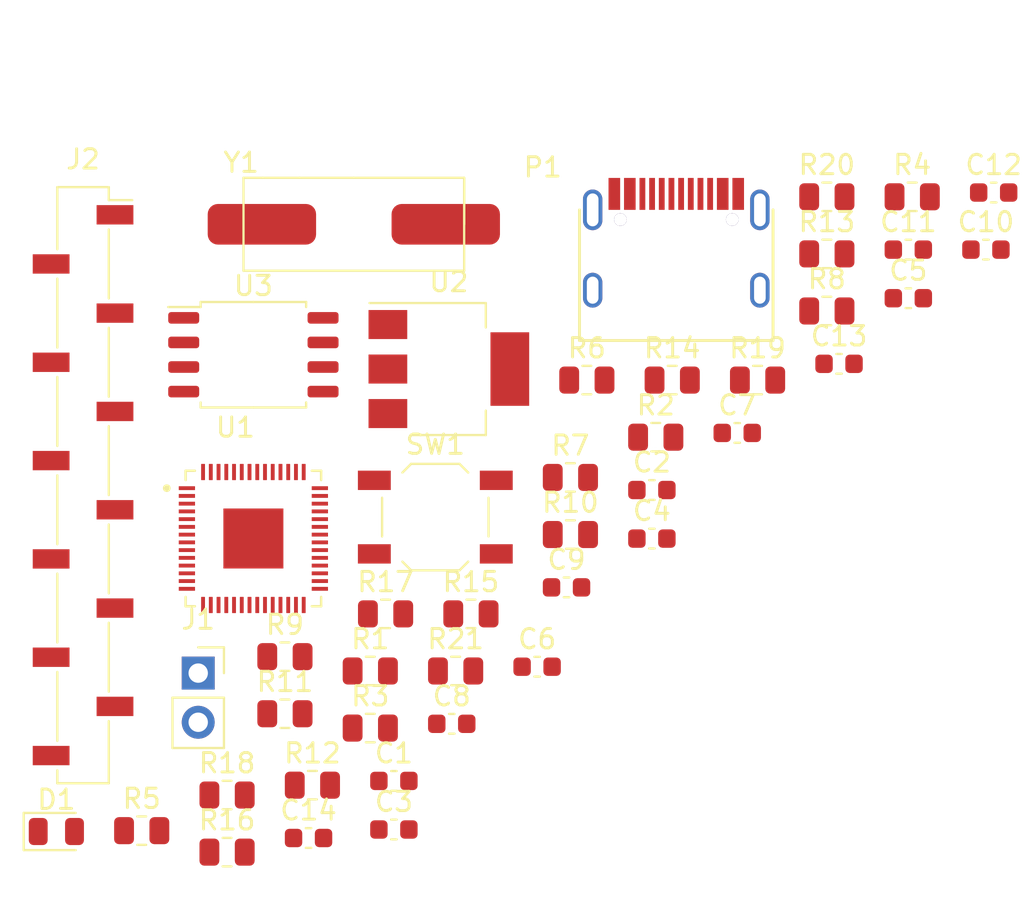
<source format=kicad_pcb>
(kicad_pcb (version 20211014) (generator pcbnew)
  (layers (0 "F.Cu" signal) (31 "B.Cu" signal) (34 "B.Paste" user) (35 "F.Paste" user) (36 "B.SilkS" user "B.Silkscreen") (37 "F.SilkS" user "F.Silkscreen") (38 "B.Mask" user) (39 "F.Mask" user) (44 "Edge.Cuts" user))
  (net 0 "")
  (net 1 "VBUS")
  (net 2 "GND")
  (net 3 "+3V3")
  (net 4 "/XIN")
  (net 5 "Net-(C4-Pad2)")
  (net 6 "+1V1")
  (net 7 "Net-(D1-Pad2)")
  (net 8 "Net-(J1-Pad2)")
  (net 9 "/IO25")
  (net 10 "/IO26")
  (net 11 "/IO27")
  (net 12 "/IO28")
  (net 13 "/IO29")
  (net 21 "Net-(P1-PadA5)")
  (net 22 "/D-")
  (net 23 "/D+")
  (net 24 "Net-(P1-PadB5)")
  (net 25 "Net-(R3-Pad1)")
  (net 26 "Net-(R4-Pad1)")
  (net 27 "/IO1")
  (net 28 "/IO0")
  (net 29 "/IO13")
  (net 30 "/IO12")
  (net 31 "/XOUT")
  (net 32 "/IO3")
  (net 33 "/IO2")
  (net 34 "/IO15")
  (net 35 "/IO14")
  (net 36 "/SS")
  (net 37 "/IO5")
  (net 38 "/IO4")
  (net 39 "/IO17")
  (net 40 "/IO16")
  (net 41 "/IO7")
  (net 42 "/IO6")
  (net 43 "/IO19")
  (net 44 "/IO18")
  (net 45 "/IO9")
  (net 46 "/IO8")
  (net 47 "/IO22")
  (net 48 "/IO21")
  (net 49 "/IO11")
  (net 50 "/IO10")
  (net 51 "/IO24")
  (net 52 "/IO23")
  (net 53 "/RST")
  (net 54 "/SWCLK")
  (net 55 "/SWD")
  (net 56 "/SD3")
  (net 57 "/SCLK")
  (net 58 "/SDO")
  (net 59 "/SD2")
  (net 60 "/SD1")
  (net 61 "/IO20")
  (footprint "Diode_SMD:D_0805_2012Metric" (layer "F.Cu") (at 67.07 91.035)
    (fp_text reference "D1" (at 0 -1.65) (layer "F.SilkS"))
    (fp_text value "LED")
    (fp_line (start -1.685 -0.96) (end -1.685 0.96) (layer "F.SilkS") (width 0.12))
    (fp_line (start -1.685 0.96) (end 1 0.96) (layer "F.SilkS") (width 0.12))
    (fp_line (start 1 -0.96) (end -1.685 -0.96) (layer "F.SilkS") (width 0.12))
    (pad "1" smd roundrect (at -0.9375 0) (size 0.975 1.4) (layers "F.Cu" "F.Paste" "F.Mask") (net 2 "GND"))
    (pad "2" smd roundrect (at 0.9375 0) (size 0.975 1.4) (layers "F.Cu" "F.Paste" "F.Mask") (net 7 "Net-(D1-Pad2)"))
  )
  (footprint "Capacitor_SMD:C_0603_1608Metric" (layer "F.Cu") (at 111.09 63.48)
    (fp_text reference "C5" (at 0 -1.43) (layer "F.SilkS"))
    (fp_text value ".1uf")
    (fp_line (start -0.14058 -0.51) (end 0.14058 -0.51) (layer "F.SilkS") (width 0.12))
    (fp_line (start -0.14058 0.51) (end 0.14058 0.51) (layer "F.SilkS") (width 0.12))
    (pad "1" smd roundrect (at -0.775 0) (size 0.9 0.95) (layers "F.Cu" "F.Paste" "F.Mask") (net 3 "+3V3"))
    (pad "2" smd roundrect (at 0.775 0) (size 0.9 0.95) (layers "F.Cu" "F.Paste" "F.Mask") (net 2 "GND"))
  )
  (footprint "Capacitor_SMD:C_0603_1608Metric" (layer "F.Cu") (at 107.51 66.87)
    (fp_text reference "C13" (at 0 -1.43) (layer "F.SilkS"))
    (fp_text value ".1uf")
    (fp_line (start -0.14058 0.51) (end 0.14058 0.51) (layer "F.SilkS") (width 0.12))
    (fp_line (start -0.14058 -0.51) (end 0.14058 -0.51) (layer "F.SilkS") (width 0.12))
    (pad "1" smd roundrect (at -0.775 0) (size 0.9 0.95) (layers "F.Cu" "F.Paste" "F.Mask") (net 3 "+3V3"))
    (pad "2" smd roundrect (at 0.775 0) (size 0.9 0.95) (layers "F.Cu" "F.Paste" "F.Mask") (net 2 "GND"))
  )
  (footprint "Resistor_SMD:R_0805_2012Metric" (layer "F.Cu") (at 103.3 67.71)
    (fp_text reference "R19" (at 0 -1.65) (layer "F.SilkS"))
    (fp_text value "22M ")
    (fp_line (start -0.227064 0.735) (end 0.227064 0.735) (layer "F.SilkS") (width 0.12))
    (fp_line (start -0.227064 -0.735) (end 0.227064 -0.735) (layer "F.SilkS") (width 0.12))
    (pad "1" smd roundrect (at -0.9125 0) (size 1.025 1.4) (layers "F.Cu" "F.Paste" "F.Mask") (roundrect_rratio 0.243902) (net 49 "/IO11"))
    (pad "2" smd roundrect (at 0.9125 0) (size 1.025 1.4) (layers "F.Cu" "F.Paste" "F.Mask") (roundrect_rratio 0.243902) (net 50 "/IO10"))
  )
  (footprint "Package_TO_SOT_SMD:SOT-223-3_TabPin2" (layer "F.Cu") (at 87.35 67.14)
    (fp_text reference "U2" (at 0 -4.5) (layer "F.SilkS"))
    (fp_text value "NCP1117ST33T3G")
    (fp_line (start -1.85 3.41) (end 1.91 3.41) (layer "F.SilkS") (width 0.12))
    (fp_line (start 1.91 -3.41) (end 1.91 -2.15) (layer "F.SilkS") (width 0.12))
    (fp_line (start 1.91 3.41) (end 1.91 2.15) (layer "F.SilkS") (width 0.12))
    (fp_line (start -4.1 -3.41) (end 1.91 -3.41) (layer "F.SilkS") (width 0.12))
    (pad "1" smd rect (at -3.15 -2.3) (size 2 1.5) (layers "F.Cu" "F.Paste" "F.Mask") (net 2 "GND"))
    (pad "2" smd rect (at -3.15 0) (size 2 1.5) (layers "F.Cu" "F.Paste" "F.Mask") (net 3 "+3V3"))
    (pad "2" smd rect (at 3.15 0) (size 2 3.8) (layers "F.Cu" "F.Paste" "F.Mask") (net 3 "+3V3"))
    (pad "3" smd rect (at -3.15 2.3) (size 2 1.5) (layers "F.Cu" "F.Paste" "F.Mask") (net 1 "VBUS"))
  )
  (footprint "Capacitor_SMD:C_0603_1608Metric" (layer "F.Cu") (at 97.84 73.39)
    (fp_text reference "C2" (at 0 -1.43) (layer "F.SilkS"))
    (fp_text value "10uf")
    (fp_line (start -0.14058 0.51) (end 0.14058 0.51) (layer "F.SilkS") (width 0.12))
    (fp_line (start -0.14058 -0.51) (end 0.14058 -0.51) (layer "F.SilkS") (width 0.12))
    (pad "1" smd roundrect (at -0.775 0) (size 0.9 0.95) (layers "F.Cu" "F.Paste" "F.Mask") (net 3 "+3V3"))
    (pad "2" smd roundrect (at 0.775 0) (size 0.9 0.95) (layers "F.Cu" "F.Paste" "F.Mask") (net 2 "GND"))
  )
  (footprint "Capacitor_SMD:C_0603_1608Metric" (layer "F.Cu") (at 84.51 90.93)
    (fp_text reference "C3" (at 0 -1.43) (layer "F.SilkS"))
    (fp_text value "27pf")
    (fp_line (start -0.14058 0.51) (end 0.14058 0.51) (layer "F.SilkS") (width 0.12))
    (fp_line (start -0.14058 -0.51) (end 0.14058 -0.51) (layer "F.SilkS") (width 0.12))
    (pad "1" smd roundrect (at -0.775 0) (size 0.9 0.95) (layers "F.Cu" "F.Paste" "F.Mask") (net 2 "GND"))
    (pad "2" smd roundrect (at 0.775 0) (size 0.9 0.95) (layers "F.Cu" "F.Paste" "F.Mask") (net 4 "/XIN"))
  )
  (footprint "Resistor_SMD:R_0805_2012Metric" (layer "F.Cu") (at 111.29 58.24)
    (fp_text reference "R4" (at 0 -1.65) (layer "F.SilkS"))
    (fp_text value "27.4")
    (fp_line (start -0.227064 0.735) (end 0.227064 0.735) (layer "F.SilkS") (width 0.12))
    (fp_line (start -0.227064 -0.735) (end 0.227064 -0.735) (layer "F.SilkS") (width 0.12))
    (pad "1" smd roundrect (at -0.9125 0) (size 1.025 1.4) (layers "F.Cu" "F.Paste" "F.Mask") (roundrect_rratio 0.243902) (net 26 "Net-(R4-Pad1)"))
    (pad "2" smd roundrect (at 0.9125 0) (size 1.025 1.4) (layers "F.Cu" "F.Paste" "F.Mask") (roundrect_rratio 0.243902) (net 23 "/D+"))
  )
  (footprint "Resistor_SMD:R_0805_2012Metric" (layer "F.Cu") (at 83.29 85.69)
    (fp_text reference "R3" (at 0 -1.65) (layer "F.SilkS"))
    (fp_text value "27.4")
    (fp_line (start -0.227064 -0.735) (end 0.227064 -0.735) (layer "F.SilkS") (width 0.12))
    (fp_line (start -0.227064 0.735) (end 0.227064 0.735) (layer "F.SilkS") (width 0.12))
    (pad "1" smd roundrect (at -0.9125 0) (size 1.025 1.4) (layers "F.Cu" "F.Paste" "F.Mask") (roundrect_rratio 0.243902) (net 25 "Net-(R3-Pad1)"))
    (pad "2" smd roundrect (at 0.9125 0) (size 1.025 1.4) (layers "F.Cu" "F.Paste" "F.Mask") (roundrect_rratio 0.243902) (net 22 "/D-"))
  )
  (footprint "Library:QFN40P700X700X90-57N" (layer "F.Cu") (at 77.25 75.895)
    (fp_text reference "U1" (at -0.93 -5.74) (layer "F.SilkS"))
    (fp_text value "RP2040")
    (fp_line (start -3.5 -3.5) (end -3.5 -3.02) (layer "F.SilkS") (width 0.127))
    (fp_line (start -3.5 -3.5) (end -3.02 -3.5) (layer "F.SilkS") (width 0.127))
    (fp_line (start 3.5 3.5) (end 3.02 3.5) (layer "F.SilkS") (width 0.127))
    (fp_line (start -3.5 3.5) (end -3.02 3.5) (layer "F.SilkS") (width 0.127))
    (fp_line (start -3.5 3.5) (end -3.5 3.02) (layer "F.SilkS") (width 0.127))
    (fp_line (start 3.5 3.5) (end 3.5 3.02) (layer "F.SilkS") (width 0.127))
    (fp_line (start 3.5 -3.5) (end 3.5 -3.02) (layer "F.SilkS") (width 0.127))
    (fp_line (start 3.5 -3.5) (end 3.02 -3.5) (layer "F.SilkS") (width 0.127))
    (fp_circle (center -4.475 -2.6) (end -4.375 -2.6) (layer "F.SilkS") (width 0.2) (fill none))
    (pad "1" smd roundrect locked (at -3.435 -2.6) (size 0.84 0.2) (layers "F.Cu" "F.Paste" "F.Mask") (roundrect_rratio 0.03) (net 3 "+3V3"))
    (pad "2" smd roundrect locked (at -3.435 -2.2) (size 0.84 0.2) (layers "F.Cu" "F.Paste" "F.Mask") (roundrect_rratio 0.03) (net 28 "/IO0"))
    (pad "3" smd roundrect locked (at -3.435 -1.8) (size 0.84 0.2) (layers "F.Cu" "F.Paste" "F.Mask") (roundrect_rratio 0.03) (net 27 "/IO1"))
    (pad "4" smd roundrect locked (at -3.435 -1.4) (size 0.84 0.2) (layers "F.Cu" "F.Paste" "F.Mask") (roundrect_rratio 0.03) (net 33 "/IO2"))
    (pad "5" smd roundrect locked (at -3.435 -1) (size 0.84 0.2) (layers "F.Cu" "F.Paste" "F.Mask") (roundrect_rratio 0.03) (net 32 "/IO3"))
    (pad "6" smd roundrect locked (at -3.435 -0.6) (size 0.84 0.2) (layers "F.Cu" "F.Paste" "F.Mask") (roundrect_rratio 0.03) (net 38 "/IO4"))
    (pad "7" smd roundrect locked (at -3.435 -0.2) (size 0.84 0.2) (layers "F.Cu" "F.Paste" "F.Mask") (roundrect_rratio 0.03) (net 37 "/IO5"))
    (pad "8" smd roundrect locked (at -3.435 0.2) (size 0.84 0.2) (layers "F.Cu" "F.Paste" "F.Mask") (roundrect_rratio 0.03) (net 42 "/IO6"))
    (pad "9" smd roundrect locked (at -3.435 0.6) (size 0.84 0.2) (layers "F.Cu" "F.Paste" "F.Mask") (roundrect_rratio 0.03) (net 41 "/IO7"))
    (pad "10" smd roundrect locked (at -3.435 1) (size 0.84 0.2) (layers "F.Cu" "F.Paste" "F.Mask") (roundrect_rratio 0.03) (net 3 "+3V3"))
    (pad "11" smd roundrect locked (at -3.435 1.4) (size 0.84 0.2) (layers "F.Cu" "F.Paste" "F.Mask") (roundrect_rratio 0.03) (net 46 "/IO8"))
    (pad "12" smd roundrect locked (at -3.435 1.8) (size 0.84 0.2) (layers "F.Cu" "F.Paste" "F.Mask") (roundrect_rratio 0.03) (net 45 "/IO9"))
    (pad "13" smd roundrect locked (at -3.435 2.2) (size 0.84 0.2) (layers "F.Cu" "F.Paste" "F.Mask") (roundrect_rratio 0.03) (net 50 "/IO10"))
    (pad "14" smd roundrect locked (at -3.435 2.6) (size 0.84 0.2) (layers "F.Cu" "F.Paste" "F.Mask") (roundrect_rratio 0.03) (net 49 "/IO11"))
    (pad "15" smd roundrect locked (at -2.6 3.435) (size 0.2 0.84) (layers "F.Cu" "F.Paste" "F.Mask") (roundrect_rratio 0.1) (net 30 "/IO12"))
    (pad "16" smd roundrect locked (at -2.2 3.435) (size 0.2 0.84) (layers "F.Cu" "F.Paste" "F.Mask") (roundrect_rratio 0.1) (net 29 "/IO13"))
    (pad "17" smd roundrect locked (at -1.8 3.435) (size 0.2 0.84) (layers "F.Cu" "F.Paste" "F.Mask") (roundrect_rratio 0.1) (net 35 "/IO14"))
    (pad "18" smd roundrect locked (at -1.4 3.435) (size 0.2 0.84) (layers "F.Cu" "F.Paste" "F.Mask") (roundrect_rratio 0.1) (net 34 "/IO15"))
    (pad "19" smd roundrect locked (at -1 3.435) (size 0.2 0.84) (layers "F.Cu" "F.Paste" "F.Mask") (roundrect_rratio 0.1) (net 2 "GND"))
    (pad "20" smd roundrect locked (at -0.6 3.435) (size 0.2 0.84) (layers "F.Cu" "F.Paste" "F.Mask") (roundrect_rratio 0.1) (net 4 "/XIN"))
    (pad "21" smd roundrect locked (at -0.2 3.435) (size 0.2 0.84) (layers "F.Cu" "F.Paste" "F.Mask") (roundrect_rratio 0.1) (net 31 "/XOUT"))
    (pad "22" smd roundrect locked (at 0.2 3.435) (size 0.2 0.84) (layers "F.Cu" "F.Paste" "F.Mask") (roundrect_rratio 0.1) (net 3 "+3V3"))
    (pad "23" smd roundrect locked (at 0.6 3.435) (size 0.2 0.84) (layers "F.Cu" "F.Paste" "F.Mask") (roundrect_rratio 0.1) (net 6 "+1V1"))
    (pad "24" smd roundrect locked (at 1 3.435) (size 0.2 0.84) (layers "F.Cu" "F.Paste" "F.Mask") (roundrect_rratio 0.1) (net 54 "/SWCLK"))
    (pad "25" smd roundrect locked (at 1.4 3.435) (size 0.2 0.84) (layers "F.Cu" "F.Paste" "F.Mask") (roundrect_rratio 0.1) (net 55 "/SWD"))
    (pad "26" smd roundrect locked (at 1.8 3.435) (size 0.2 0.84) (layers "F.Cu" "F.Paste" "F.Mask") (roundrect_rratio 0.1) (net 53 "/RST"))
    (pad "27" smd roundrect locked (at 2.2 3.435) (size 0.2 0.84) (layers "F.Cu" "F.Paste" "F.Mask") (roundrect_rratio 0.1) (net 40 "/IO16"))
    (pad "28" smd roundrect locked (at 2.6 3.435) (size 0.2 0.84) (layers "F.Cu" "F.Paste" "F.Mask") (roundrect_rratio 0.1) (net 39 "/IO17"))
    (pad "29" smd roundrect locked (at 3.435 2.6) (size 0.84 0.2) (layers "F.Cu" "F.Paste" "F.Mask") (roundrect_rratio 0.03) (net 44 "/IO18"))
    (pad "30" smd roundrect locked (at 3.435 2.2) (size 0.84 0.2) (layers "F.Cu" "F.Paste" "F.Mask") (roundrect_rratio 0.03) (net 43 "/IO19"))
    (pad "31" smd roundrect locked (at 3.435 1.8) (size 0.84 0.2) (layers "F.Cu" "F.Paste" "F.Mask") (roundrect_rratio 0.03) (net 61 "/IO20"))
    (pad "32" smd roundrect locked (at 3.435 1.4) (size 0.84 0.2) (layers "F.Cu" "F.Paste" "F.Mask") (roundrect_rratio 0.03) (net 48 "/IO21"))
    (pad "33" smd roundrect locked (at 3.435 1) (size 0.84 0.2) (layers "F.Cu" "F.Paste" "F.Mask") (roundrect_rratio 0.03) (net 3 "+3V3"))
    (pad "34" smd roundrect locked (at 3.435 0.6) (size 0.84 0.2) (layers "F.Cu" "F.Paste" "F.Mask") (roundrect_rratio 0.03) (net 47 "/IO22"))
    (pad "35" smd roundrect locked (at 3.435 0.2) (size 0.84 0.2) (layers "F.Cu" "F.Paste" "F.Mask") (roundrect_rratio 0.03) (net 52 "/IO23"))
    (pad "36" smd roundrect locked (at 3.435 -0.2) (size 0.84 0.2) (layers "F.Cu" "F.Paste" "F.Mask") (roundrect_rratio 0.03) (net 51 "/IO24"))
    (pad "37" smd roundrect locked (at 3.435 -0.6) (size 0.84 0.2) (layers "F.Cu" "F.Paste" "F.Mask") (roundrect_rratio 0.03) (net 9 "/IO25"))
    (pad "38" smd roundrect locked (at 3.435 -1) (size 0.84 0.2) (layers "F.Cu" "F.Paste" "F.Mask") (roundrect_rratio 0.03) (net 10 "/IO26"))
    (pad "39" smd roundrect locked (at 3.435 -1.4) (size 0.84 0.2) (layers "F.Cu" "F.Paste" "F.Mask") (roundrect_rratio 0.03) (net 11 "/IO27"))
    (pad "40" smd roundrect locked (at 3.435 -1.8) (size 0.84 0.2) (layers "F.Cu" "F.Paste" "F.Mask") (roundrect_rratio 0.03) (net 12 "/IO28"))
    (pad "41" smd roundrect locked (at 3.435 -2.2) (size 0.84 0.2) (layers "F.Cu" "F.Paste" "F.Mask") (roundrect_rratio 0.03) (net 13 "/IO29"))
    (pad "42" smd roundrect locked (at 3.435 -2.6) (size 0.84 0.2) (layers "F.Cu" "F.Paste" "F.Mask") (roundrect_rratio 0.03) (net 3 "+3V3"))
    (pad "43" smd roundrect locked (at 2.6 -3.435) (size 0.2 0.84) (layers "F.Cu" "F.Paste" "F.Mask") (roundrect_rratio 0.1) (net 3 "+3V3"))
    (pad "44" smd roundrect locked (at 2.2 -3.435) (size 0.2 0.84) (layers "F.Cu" "F.Paste" "F.Mask") (roundrect_rratio 0.1) (net 3 "+3V3"))
    (pad "45" smd roundrect locked (at 1.8 -3.435) (size 0.2 0.84) (layers "F.Cu" "F.Paste" "F.Mask") (roundrect_rratio 0.1) (net 6 "+1V1"))
    (pad "46" smd roundrect locked (at 1.4 -3.435) (size 0.2 0.84) (layers "F.Cu" "F.Paste" "F.Mask") (roundrect_rratio 0.1) (net 25 "Net-(R3-Pad1)"))
    (pad "47" smd roundrect locked (at 1 -3.435) (size 0.2 0.84) (layers "F.Cu" "F.Paste" "F.Mask") (roundrect_rratio 0.1) (net 26 "Net-(R4-Pad1)"))
    (pad "48" smd roundrect locked (at 0.6 -3.435) (size 0.2 0.84) (layers "F.Cu" "F.Paste" "F.Mask") (roundrect_rratio 0.1) (net 3 "+3V3"))
    (pad "49" smd roundrect locked (at 0.2 -3.435) (size 0.2 0.84) (layers "F.Cu" "F.Paste" "F.Mask") (roundrect_rratio 0.1) (net 3 "+3V3"))
    (pad "50" smd roundrect locked (at -0.2 -3.435) (size 0.2 0.84) (layers "F.Cu" "F.Paste" "F.Mask") (roundrect_rratio 0.1) (net 6 "+1V1"))
    (pad "51" smd roundrect locked (at -0.6 -3.435) (size 0.2 0.84) (layers "F.Cu" "F.Paste" "F.Mask") (roundrect_rratio 0.1) (net 56 "/SD3"))
    (pad "52" smd roundrect locked (at -1 -3.435) (size 0.2 0.84) (layers "F.Cu" "F.Paste" "F.Mask") (roundrect_rratio 0.1) (net 57 "/SCLK"))
    (pad "53" smd roundrect locked (at -1.4 -3.435) (size 0.2 0.84) (layers "F.Cu" "F.Paste" "F.Mask") (roundrect_rratio 0.1) (net 58 "/SDO"))
    (pad "54" smd roundrect locked (at -1.8 -3.435) (size 0.2 0.84) (layers "F.Cu" "F.Paste" "F.Mask") (roundrect_rratio 0.1) (net 59 "/SD2"))
    (pad "55" smd roundrect locked (at -2.2 -3.435) (size 0.2 0.84) (layers "F.Cu" "F.Paste" "F.Mask") (roundrect_rratio 0.1) (net 60 "/SD1"))
    (pad "56" smd roundrect locked (at -2.6 -3.435) (size 0.2 0.84) (layers "F.Cu" "F.Paste" "F.Mask") (roundrect_rratio 0.1) (net 36 "/SS"))
    (pad "57" smd rect locked (at 0 0) (size 3.1 3.1) (layers "F.Cu" "F.Mask") (net 2 "GND"))
  )
  (footprint "Resistor_SMD:R_0805_2012Metric" (layer "F.Cu") (at 106.88 64.14)
    (fp_text reference "R8" (at 0 -1.65) (layer "F.SilkS"))
    (fp_text value "1k")
    (fp_line (start -0.227064 -0.735) (end 0.227064 -0.735) (layer "F.SilkS") (width 0.12))
    (fp_line (start -0.227064 0.735) (end 0.227064 0.735) (layer "F.SilkS") (width 0.12))
    (pad "1" smd roundrect (at -0.9125 0) (size 1.025 1.4) (layers "F.Cu" "F.Paste" "F.Mask") (roundrect_rratio 0.243902) (net 5 "Net-(C4-Pad2)"))
    (pad "2" smd roundrect (at 0.9125 0) (size 1.025 1.4) (layers "F.Cu" "F.Paste" "F.Mask") (roundrect_rratio 0.243902) (net 31 "/XOUT"))
  )
  (footprint "Resistor_SMD:R_0805_2012Metric" (layer "F.Cu") (at 78.88 84.95)
    (fp_text reference "R11" (at 0 -1.65) (layer "F.SilkS"))
    (fp_text value "1k")
    (fp_line (start -0.227064 0.735) (end 0.227064 0.735) (layer "F.SilkS") (width 0.12))
    (fp_line (start -0.227064 -0.735) (end 0.227064 -0.735) (layer "F.SilkS") (width 0.12))
    (pad "1" smd roundrect (at -0.9125 0) (size 1.025 1.4) (layers "F.Cu" "F.Paste" "F.Mask") (roundrect_rratio 0.243902) (net 8 "Net-(J1-Pad2)"))
    (pad "2" smd roundrect (at 0.9125 0) (size 1.025 1.4) (layers "F.Cu" "F.Paste" "F.Mask") (roundrect_rratio 0.243902) (net 36 "/SS"))
  )
  (footprint "Resistor_SMD:R_0805_2012Metric" (layer "F.Cu") (at 88.49 79.79)
    (fp_text reference "R15" (at 0 -1.65) (layer "F.SilkS"))
    (fp_text value "22M ")
    (fp_line (start -0.227064 -0.735) (end 0.227064 -0.735) (layer "F.SilkS") (width 0.12))
    (fp_line (start -0.227064 0.735) (end 0.227064 0.735) (layer "F.SilkS") (width 0.12))
    (pad "1" smd roundrect (at -0.9125 0) (size 1.025 1.4) (layers "F.Cu" "F.Paste" "F.Mask") (roundrect_rratio 0.243902) (net 41 "/IO7"))
    (pad "2" smd roundrect (at 0.9125 0) (size 1.025 1.4) (layers "F.Cu" "F.Paste" "F.Mask") (roundrect_rratio 0.243902) (net 42 "/IO6"))
  )
  (footprint "Capacitor_SMD:C_0603_1608Metric" (layer "F.Cu") (at 111.09 60.97)
    (fp_text reference "C11" (at 0 -1.43) (layer "F.SilkS"))
    (fp_text value ".1uf")
    (fp_line (start -0.14058 -0.51) (end 0.14058 -0.51) (layer "F.SilkS") (width 0.12))
    (fp_line (start -0.14058 0.51) (end 0.14058 0.51) (layer "F.SilkS") (width 0.12))
    (pad "1" smd roundrect (at -0.775 0) (size 0.9 0.95) (layers "F.Cu" "F.Paste" "F.Mask") (net 3 "+3V3"))
    (pad "2" smd roundrect (at 0.775 0) (size 0.9 0.95) (layers "F.Cu" "F.Paste" "F.Mask") (net 2 "GND"))
  )
  (footprint "Button_Switch_SMD:SW_SPST_TL3342" (layer "F.Cu") (at 86.65 74.79)
    (fp_text reference "SW1" (at 0 -3.75) (layer "F.SilkS"))
    (fp_text value "SW_Push")
    (fp_line (start -1.7 -2.3) (end -1.25 -2.75) (layer "F.SilkS") (width 0.12))
    (fp_line (start -1.25 2.75) (end 1.25 2.75) (layer "F.SilkS") (width 0.12))
    (fp_line (start 2.75 -1) (end 2.75 1) (layer "F.SilkS") (width 0.12))
    (fp_line (start -1.7 2.3) (end -1.25 2.75) (layer "F.SilkS") (width 0.12))
    (fp_line (start -1.25 -2.75) (end 1.25 -2.75) (layer "F.SilkS") (width 0.12))
    (fp_line (start 1.7 2.3) (end 1.25 2.75) (layer "F.SilkS") (width 0.12))
    (fp_line (start 1.7 -2.3) (end 1.25 -2.75) (layer "F.SilkS") (width 0.12))
    (fp_line (start -2.75 -1) (end -2.75 1) (layer "F.SilkS") (width 0.12))
    (pad "1" smd rect (at -3.15 -1.9) (size 1.7 1) (layers "F.Cu" "F.Paste" "F.Mask") (net 53 "/RST"))
    (pad "1" smd rect (at 3.15 -1.9) (size 1.7 1) (layers "F.Cu" "F.Paste" "F.Mask") (net 53 "/RST"))
    (pad "2" smd rect (at 3.15 1.9) (size 1.7 1) (layers "F.Cu" "F.Paste" "F.Mask") (net 2 "GND"))
    (pad "2" smd rect (at -3.15 1.9) (size 1.7 1) (layers "F.Cu" "F.Paste" "F.Mask") (net 2 "GND"))
  )
  (footprint "Resistor_SMD:R_0805_2012Metric" (layer "F.Cu") (at 78.88 82)
    (fp_text reference "R9" (at 0 -1.65) (layer "F.SilkS"))
    (fp_text value "22M ")
    (fp_line (start -0.227064 0.735) (end 0.227064 0.735) (layer "F.SilkS") (width 0.12))
    (fp_line (start -0.227064 -0.735) (end 0.227064 -0.735) (layer "F.SilkS") (width 0.12))
    (pad "1" smd roundrect (at -0.9125 0) (size 1.025 1.4) (layers "F.Cu" "F.Paste" "F.Mask") (roundrect_rratio 0.243902) (net 32 "/IO3"))
    (pad "2" smd roundrect (at 0.9125 0) (size 1.025 1.4) (layers "F.Cu" "F.Paste" "F.Mask") (roundrect_rratio 0.243902) (net 33 "/IO2"))
  )
  (footprint "Resistor_SMD:R_0805_2012Metric" (layer "F.Cu") (at 87.7 82.74)
    (fp_text reference "R21" (at 0 -1.65) (layer "F.SilkS"))
    (fp_text value "10k")
    (fp_line (start -0.227064 -0.735) (end 0.227064 -0.735) (layer "F.SilkS") (width 0.12))
    (fp_line (start -0.227064 0.735) (end 0.227064 0.735) (layer "F.SilkS") (width 0.12))
    (pad "1" smd roundrect (at -0.9125 0) (size 1.025 1.4) (layers "F.Cu" "F.Paste" "F.Mask") (roundrect_rratio 0.243902) (net 53 "/RST"))
    (pad "2" smd roundrect (at 0.9125 0) (size 1.025 1.4) (layers "F.Cu" "F.Paste" "F.Mask") (roundrect_rratio 0.243902) (net 3 "+3V3"))
  )
  (footprint "Resistor_SMD:R_0805_2012Metric" (layer "F.Cu") (at 75.89 89.15)
    (fp_text reference "R18" (at 0 -1.65) (layer "F.SilkS"))
    (fp_text value "22M ")
    (fp_line (start -0.227064 -0.735) (end 0.227064 -0.735) (layer "F.SilkS") (width 0.12))
    (fp_line (start -0.227064 0.735) (end 0.227064 0.735) (layer "F.SilkS") (width 0.12))
    (pad "1" smd roundrect (at -0.9125 0) (size 1.025 1.4) (layers "F.Cu" "F.Paste" "F.Mask") (roundrect_rratio 0.243902) (net 47 "/IO22"))
    (pad "2" smd roundrect (at 0.9125 0) (size 1.025 1.4) (layers "F.Cu" "F.Paste" "F.Mask") (roundrect_rratio 0.243902) (net 48 "/IO21"))
  )
  (footprint "Resistor_SMD:R_0805_2012Metric" (layer "F.Cu") (at 98.04 70.66)
    (fp_text reference "R2" (at 0 -1.65) (layer "F.SilkS"))
    (fp_text value "5.1K")
    (fp_line (start -0.227064 -0.735) (end 0.227064 -0.735) (layer "F.SilkS") (width 0.12))
    (fp_line (start -0.227064 0.735) (end 0.227064 0.735) (layer "F.SilkS") (width 0.12))
    (pad "1" smd roundrect (at -0.9125 0) (size 1.025 1.4) (layers "F.Cu" "F.Paste" "F.Mask") (roundrect_rratio 0.243902) (net 24 "Net-(P1-PadB5)"))
    (pad "2" smd roundrect (at 0.9125 0) (size 1.025 1.4) (layers "F.Cu" "F.Paste" "F.Mask") (roundrect_rratio 0.243902) (net 2 "GND"))
  )
  (footprint "Resistor_SMD:R_0805_2012Metric" (layer "F.Cu") (at 71.48 90.99)
    (fp_text reference "R5" (at 0 -1.65) (layer "F.SilkS"))
    (fp_text value "1k")
    (fp_line (start -0.227064 -0.735) (end 0.227064 -0.735) (layer "F.SilkS") (width 0.12))
    (fp_line (start -0.227064 0.735) (end 0.227064 0.735) (layer "F.SilkS") (width 0.12))
    (pad "1" smd roundrect (at -0.9125 0) (size 1.025 1.4) (layers "F.Cu" "F.Paste" "F.Mask") (roundrect_rratio 0.243902) (net 7 "Net-(D1-Pad2)"))
    (pad "2" smd roundrect (at 0.9125 0) (size 1.025 1.4) (layers "F.Cu" "F.Paste" "F.Mask") (roundrect_rratio 0.243902) (net 3 "+3V3"))
  )
  (footprint "Capacitor_SMD:C_0603_1608Metric" (layer "F.Cu") (at 115.5 58.02)
    (fp_text reference "C12" (at 0 -1.43) (layer "F.SilkS"))
    (fp_text value ".1uf")
    (fp_line (start -0.14058 0.51) (end 0.14058 0.51) (layer "F.SilkS") (width 0.12))
    (fp_line (start -0.14058 -0.51) (end 0.14058 -0.51) (layer "F.SilkS") (width 0.12))
    (pad "1" smd roundrect (at -0.775 0) (size 0.9 0.95) (layers "F.Cu" "F.Paste" "F.Mask") (net 6 "+1V1"))
    (pad "2" smd roundrect (at 0.775 0) (size 0.9 0.95) (layers "F.Cu" "F.Paste" "F.Mask") (net 2 "GND"))
  )
  (footprint "Library:C393939" (layer "F.Cu") (at 99.1 58.915)
    (fp_text reference "P1" (at -6.9 -2.2) (layer "F.SilkS"))
    (fp_text value "USB_C_Plug_USB2.0")
    (fp_line (start -5 0) (end -5 6.75) (layer "F.SilkS") (width 0.15))
    (fp_line (start 5 6.75) (end 5 0) (layer "F.SilkS") (width 0.15))
    (fp_line (start -5 6.75) (end 5 6.75) (layer "F.SilkS") (width 0.15))
    (pad "" thru_hole circle locked (at -2.89 0.5) (size 0.65 0.65) (drill 0.65) (layers *.Cu *.Mask))
    (pad "" thru_hole circle locked (at 2.89 0.5) (size 0.65 0.65) (drill 0.65) (layers *.Cu *.Mask))
    (pad "A1" smd rect locked (at 3.2 -0.825) (size 0.6 1.65) (layers "F.Cu" "F.Paste" "F.Mask") (net 2 "GND"))
    (pad "A1" smd rect locked (at -3.2 -0.825) (size 0.6 1.65) (layers "F.Cu" "F.Paste" "F.Mask") (net 2 "GND"))
    (pad "A4" smd rect locked (at -2.4 -0.825) (size 0.6 1.65) (layers "F.Cu" "F.Paste" "F.Mask") (net 1 "VBUS"))
    (pad "A4" smd rect locked (at 2.4 -0.825) (size 0.6 1.65) (layers "F.Cu" "F.Paste" "F.Mask") (net 1 "VBUS"))
    (pad "A5" smd rect locked (at -1.25 -0.825) (size 0.3 1.65) (layers "F.Cu" "F.Paste" "F.Mask") (net 21 "Net-(P1-PadA5)"))
    (pad "A6" smd rect locked (at -0.25 -0.825) (size 0.3 1.65) (layers "F.Cu" "F.Paste" "F.Mask") (net 23 "/D+"))
    (pad "A6" smd rect locked (at 0.75 -0.825) (size 0.3 1.65) (layers "F.Cu" "F.Paste" "F.Mask") (net 23 "/D+"))
    (pad "A7" smd rect locked (at 0.25 -0.825) (size 0.3 1.65) (layers "F.Cu" "F.Paste" "F.Mask") (net 22 "/D-"))
    (pad "A7" smd rect locked (at -0.75 -0.825) (size 0.3 1.65) (layers "F.Cu" "F.Paste" "F.Mask") (net 22 "/D-"))
    (pad "A8" smd rect locked (at -1.75 -0.825) (size 0.3 1.65) (layers "F.Cu" "F.Paste" "F.Mask"))
    (pad "B5" smd rect locked (at 1.75 -0.825) (size 0.3 1.65) (layers "F.Cu" "F.Paste" "F.Mask") (net 24 "Net-(P1-PadB5)"))
    (pad "B8" smd rect locked (at 1.25 -0.825) (size 0.3 1.65) (layers "F.Cu" "F.Paste" "F.Mask"))
    (pad "S1" thru_hole oval locked (at 4.32 4.15) (size 1 1.8) (drill oval 0.6 1.4) (layers *.Cu *.Mask) (net 2 "GND"))
    (pad "S1" thru_hole oval locked (at -4.32 0) (size 1 2.1) (drill oval 0.6 1.7) (layers *.Cu *.Mask) (net 2 "GND"))
    (pad "S1" thru_hole oval locked (at 4.32 0) (size 1 2.1) (drill oval 0.6 1.7) (layers *.Cu *.Mask) (net 2 "GND"))
    (pad "S1" thru_hole oval locked (at -4.32 4.15) (size 1 1.8) (drill oval 0.6 1.4) (layers *.Cu *.Mask) (net 2 "GND"))
  )
  (footprint "Resistor_SMD:R_0805_2012Metric" (layer "F.Cu") (at 106.88 61.19)
    (fp_text reference "R13" (at 0 -1.65) (layer "F.SilkS"))
    (fp_text value "DNF")
    (fp_line (start -0.227064 -0.735) (end 0.227064 -0.735) (layer "F.SilkS") (width 0.12))
    (fp_line (start -0.227064 0.735) (end 0.227064 0.735) (layer "F.SilkS") (width 0.12))
    (pad "1" smd roundrect (at -0.9125 0) (size 1.025 1.4) (layers "F.Cu" "F.Paste" "F.Mask") (roundrect_rratio 0.243902) (net 36 "/SS"))
    (pad "2" smd roundrect (at 0.9125 0) (size 1.025 1.4) (layers "F.Cu" "F.Paste" "F.Mask") (roundrect_rratio 0.243902) (net 3 "+3V3"))
  )
  (footprint "Capacitor_SMD:C_0603_1608Metric" (layer "F.Cu") (at 93.43 78.42)
    (fp_text reference "C9" (at 0 -1.43) (layer "F.SilkS"))
    (fp_text value ".1uf")
    (fp_line (start -0.14058 0.51) (end 0.14058 0.51) (layer "F.SilkS") (width 0.12))
    (fp_line (start -0.14058 -0.51) (end 0.14058 -0.51) (layer "F.SilkS") (width 0.12))
    (pad "1" smd roundrect (at -0.775 0) (size 0.9 0.95) (layers "F.Cu" "F.Paste" "F.Mask") (net 3 "+3V3"))
    (pad "2" smd roundrect (at 0.775 0) (size 0.9 0.95) (layers "F.Cu" "F.Paste" "F.Mask") (net 2 "GND"))
  )
  (footprint "Resistor_SMD:R_0805_2012Metric" (layer "F.Cu") (at 94.48 67.71)
    (fp_text reference "R6" (at 0 -1.65) (layer "F.SilkS"))
    (fp_text value "22M ")
    (fp_line (start -0.227064 -0.735) (end 0.227064 -0.735) (layer "F.SilkS") (width 0.12))
    (fp_line (start -0.227064 0.735) (end 0.227064 0.735) (layer "F.SilkS") (width 0.12))
    (pad "1" smd roundrect (at -0.9125 0) (size 1.025 1.4) (layers "F.Cu" "F.Paste" "F.Mask") (roundrect_rratio 0.243902) (net 27 "/IO1"))
    (pad "2" smd roundrect (at 0.9125 0) (size 1.025 1.4) (layers "F.Cu" "F.Paste" "F.Mask") (roundrect_rratio 0.243902) (net 28 "/IO0"))
  )
  (footprint "Capacitor_SMD:C_0603_1608Metric" (layer "F.Cu") (at 91.91 82.52)
    (fp_text reference "C6" (at 0 -1.43) (layer "F.SilkS"))
    (fp_text value "1uf")
    (fp_line (start -0.14058 0.51) (end 0.14058 0.51) (layer "F.SilkS") (width 0.12))
    (fp_line (start -0.14058 -0.51) (end 0.14058 -0.51) (layer "F.SilkS") (width 0.12))
    (pad "1" smd roundrect (at -0.775 0) (size 0.9 0.95) (layers "F.Cu" "F.Paste" "F.Mask") (net 3 "+3V3"))
    (pad "2" smd roundrect (at 0.775 0) (size 0.9 0.95) (layers "F.Cu" "F.Paste" "F.Mask") (net 2 "GND"))
  )
  (footprint "Resistor_SMD:R_0805_2012Metric" (layer "F.Cu") (at 93.63 72.74)
    (fp_text reference "R7" (at 0 -1.65) (layer "F.SilkS"))
    (fp_text value "22M ")
    (fp_line (start -0.227064 0.735) (end 0.227064 0.735) (layer "F.SilkS") (width 0.12))
    (fp_line (start -0.227064 -0.735) (end 0.227064 -0.735) (layer "F.SilkS") (width 0.12))
    (pad "1" smd roundrect (at -0.9125 0) (size 1.025 1.4) (layers "F.Cu" "F.Paste" "F.Mask") (roundrect_rratio 0.243902) (net 29 "/IO13"))
    (pad "2" smd roundrect (at 0.9125 0) (size 1.025 1.4) (layers "F.Cu" "F.Paste" "F.Mask") (roundrect_rratio 0.243902) (net 30 "/IO12"))
  )
  (footprint "Resistor_SMD:R_0805_2012Metric" (layer "F.Cu") (at 98.89 67.71)
    (fp_text reference "R14" (at 0 -1.65) (layer "F.SilkS"))
    (fp_text value "22M ")
    (fp_line (start -0.227064 0.735) (end 0.227064 0.735) (layer "F.SilkS") (width 0.12))
    (fp_line (start -0.227064 -0.735) (end 0.227064 -0.735) (layer "F.SilkS") (width 0.12))
    (pad "1" smd roundrect (at -0.9125 0) (size 1.025 1.4) (layers "F.Cu" "F.Paste" "F.Mask") (roundrect_rratio 0.243902) (net 39 "/IO17"))
    (pad "2" smd roundrect (at 0.9125 0) (size 1.025 1.4) (layers "F.Cu" "F.Paste" "F.Mask") (roundrect_rratio 0.243902) (net 40 "/IO16"))
  )
  (footprint "Library:ABLS-12.000MHZ-B4-T" (layer "F.Cu") (at 82.44 59.66)
    (fp_text reference "Y1" (at -5.82 -3.19 unlocked) (layer "F.SilkS"))
    (fp_text value "Crystal")
    (fp_line (start 0 -2.4) (end 5.7 -2.4) (layer "F.SilkS") (width 0.12))
    (fp_line (start -5.7 2.4) (end 5.7 2.4) (layer "F.SilkS") (width 0.12))
    (fp_line (start 5.7 -2.35) (end 5.7 0) (layer "F.SilkS") (width 0.12))
    (fp_line (start -5.7 -2.4) (end -5.7 2.4) (layer "F.SilkS") (width 0.12))
    (fp_line (start 5.7 -2.4) (end 5.7 2.4) (layer "F.SilkS") (width 0.12))
    (fp_line (start -4.7 -2.4) (end -5.7 -2.4) (layer "F.SilkS") (width 0.12))
    (fp_line (start 0 -2.4) (end -2.8 -2.4) (layer "F.SilkS") (width 0.12))
    (fp_line (start -2.8 -2.4) (end -4.7 -2.4) (layer "F.SilkS") (width 0.12))
    (pad "1" smd roundrect (at -4.75 0) (size 5.6 2.1) (layers "F.Cu" "F.Paste" "F.Mask") (net 4 "/XIN"))
    (pad "2" smd roundrect (at 4.75 0) (size 5.6 2.1) (layers "F.Cu" "F.Paste" "F.Mask") (net 5 "Net-(C4-Pad2)"))
  )
  (footprint "Resistor_SMD:R_0805_2012Metric" (layer "F.Cu") (at 80.3 88.64)
    (fp_text reference "R12" (at 0 -1.65) (layer "F.SilkS"))
    (fp_text value "22M ")
    (fp_line (start -0.227064 0.735) (end 0.227064 0.735) (layer "F.SilkS") (width 0.12))
    (fp_line (start -0.227064 -0.735) (end 0.227064 -0.735) (layer "F.SilkS") (width 0.12))
    (pad "1" smd roundrect (at -0.9125 0) (size 1.025 1.4) (layers "F.Cu" "F.Paste" "F.Mask") (roundrect_rratio 0.243902) (net 37 "/IO5"))
    (pad "2" smd roundrect (at 0.9125 0) (size 1.025 1.4) (layers "F.Cu" "F.Paste" "F.Mask") (roundrect_rratio 0.243902) (net 38 "/IO4"))
  )
  (footprint "Capacitor_SMD:C_0603_1608Metric" (layer "F.Cu") (at 84.51 88.42)
    (fp_text reference "C1" (at 0 -1.43) (layer "F.SilkS"))
    (fp_text value "10uf")
    (fp_line (start -0.14058 -0.51) (end 0.14058 -0.51) (layer "F.SilkS") (width 0.12))
    (fp_line (start -0.14058 0.51) (end 0.14058 0.51) (layer "F.SilkS") (width 0.12))
    (pad "1" smd roundrect (at -0.775 0) (size 0.9 0.95) (layers "F.Cu" "F.Paste" "F.Mask") (net 1 "VBUS"))
    (pad "2" smd roundrect (at 0.775 0) (size 0.9 0.95) (layers "F.Cu" "F.Paste" "F.Mask") (net 2 "GND"))
  )
  (footprint "Capacitor_SMD:C_0603_1608Metric" (layer "F.Cu") (at 87.5 85.47)
    (fp_text reference "C8" (at 0 -1.43) (layer "F.SilkS"))
    (fp_text value "1uf")
    (fp_line (start -0.14058 0.51) (end 0.14058 0.51) (layer "F.SilkS") (width 0.12))
    (fp_line (start -0.14058 -0.51) (end 0.14058 -0.51) (layer "F.SilkS") (width 0.12))
    (pad "1" smd roundrect (at -0.775 0) (size 0.9 0.95) (layers "F.Cu" "F.Paste" "F.Mask") (net 6 "+1V1"))
    (pad "2" smd roundrect (at 0.775 0) (size 0.9 0.95) (layers "F.Cu" "F.Paste" "F.Mask") (net 2 "GND"))
  )
  (footprint "Capacitor_SMD:C_0603_1608Metric" (layer "F.Cu") (at 102.25 70.44)
    (fp_text reference "C7" (at 0 -1.43) (layer "F.SilkS"))
    (fp_text value ".1uf")
    (fp_line (start -0.14058 -0.51) (end 0.14058 -0.51) (layer "F.SilkS") (width 0.12))
    (fp_line (start -0.14058 0.51) (end 0.14058 0.51) (layer "F.SilkS") (width 0.12))
    (pad "1" smd roundrect (at -0.775 0) (size 0.9 0.95) (layers "F.Cu" "F.Paste" "F.Mask") (net 3 "+3V3"))
    (pad "2" smd roundrect (at 0.775 0) (size 0.9 0.95) (layers "F.Cu" "F.Paste" "F.Mask") (net 2 "GND"))
  )
  (footprint "Resistor_SMD:R_0805_2012Metric" (layer "F.Cu") (at 83.29 82.74)
    (fp_text reference "R1" (at 0 -1.65) (layer "F.SilkS"))
    (fp_text value "5.1K")
    (fp_line (start -0.227064 0.735) (end 0.227064 0.735) (layer "F.SilkS") (width 0.12))
    (fp_line (start -0.227064 -0.735) (end 0.227064 -0.735) (layer "F.SilkS") (width 0.12))
    (pad "1" smd roundrect (at -0.9125 0) (size 1.025 1.4) (layers "F.Cu" "F.Paste" "F.Mask") (roundrect_rratio 0.243902) (net 21 "Net-(P1-PadA5)"))
    (pad "2" smd roundrect (at 0.9125 0) (size 1.025 1.4) (layers "F.Cu" "F.Paste" "F.Mask") (roundrect_rratio 0.243902) (net 2 "GND"))
  )
  (footprint "Capacitor_SMD:C_0603_1608Metric" (layer "F.Cu") (at 80.1 91.37)
    (fp_text reference "C14" (at 0 -1.43) (layer "F.SilkS"))
    (fp_text value ".1uf")
    (fp_line (start -0.14058 0.51) (end 0.14058 0.51) (layer "F.SilkS") (width 0.12))
    (fp_line (start -0.14058 -0.51) (end 0.14058 -0.51) (layer "F.SilkS") (width 0.12))
    (pad "1" smd roundrect (at -0.775 0) (size 0.9 0.95) (layers "F.Cu" "F.Paste" "F.Mask") (net 3 "+3V3"))
    (pad "2" smd roundrect (at 0.775 0) (size 0.9 0.95) (layers "F.Cu" "F.Paste" "F.Mask") (net 2 "GND"))
  )
  (footprint "Resistor_SMD:R_0805_2012Metric" (layer "F.Cu") (at 93.63 75.69)
    (fp_text reference "R10" (at 0 -1.65) (layer "F.SilkS"))
    (fp_text value "22M ")
    (fp_line (start -0.227064 -0.735) (end 0.227064 -0.735) (layer "F.SilkS") (width 0.12))
    (fp_line (start -0.227064 0.735) (end 0.227064 0.735) (layer "F.SilkS") (width 0.12))
    (pad "1" smd roundrect (at -0.9125 0) (size 1.025 1.4) (layers "F.Cu" "F.Paste" "F.Mask") (roundrect_rratio 0.243902) (net 34 "/IO15"))
    (pad "2" smd roundrect (at 0.9125 0) (size 1.025 1.4) (layers "F.Cu" "F.Paste" "F.Mask") (roundrect_rratio 0.243902) (net 35 "/IO14"))
  )
  (footprint "Package_SO:SOIC-8_5.23x5.23mm_P1.27mm" (layer "F.Cu") (at 77.25 66.4)
    (fp_text reference "U3" (at 0 -3.56) (layer "F.SilkS"))
    (fp_text value "W25Q128JVS")
    (fp_line (start -2.725 -2.465) (end -4.4 -2.465) (layer "F.SilkS") (width 0.12))
    (fp_line (start -2.725 -2.725) (end -2.725 -2.465) (layer "F.SilkS") (width 0.12))
    (fp_line (start 2.725 -2.725) (end 2.725 -2.465) (layer "F.SilkS") (width 0.12))
    (fp_line (start 2.725 2.725) (end 2.725 2.465) (layer "F.SilkS") (width 0.12))
    (fp_line (start 0 2.725) (end -2.725 2.725) (layer "F.SilkS") (width 0.12))
    (fp_line (start 0 -2.725) (end 2.725 -2.725) (layer "F.SilkS") (width 0.12))
    (fp_line (start 0 2.725) (end 2.725 2.725) (layer "F.SilkS") (width 0.12))
    (fp_line (start -2.725 2.725) (end -2.725 2.465) (layer "F.SilkS") (width 0.12))
    (fp_line (start 0 -2.725) (end -2.725 -2.725) (layer "F.SilkS") (width 0.12))
    (pad "1" smd roundrect (at -3.6 -1.905) (size 1.6 0.6) (layers "F.Cu" "F.Paste" "F.Mask") (net 36 "/SS"))
    (pad "2" smd roundrect (at -3.6 -0.635) (size 1.6 0.6) (layers "F.Cu" "F.Paste" "F.Mask") (net 60 "/SD1"))
    (pad "3" smd roundrect (at -3.6 0.635) (size 1.6 0.6) (layers "F.Cu" "F.Paste" "F.Mask") (net 59 "/SD2"))
    (pad "4" smd roundrect (at -3.6 1.905) (size 1.6 0.6) (layers "F.Cu" "F.Paste" "F.Mask") (net 2 "GND"))
    (pad "5" smd roundrect (at 3.6 1.905) (size 1.6 0.6) (layers "F.Cu" "F.Paste" "F.Mask") (net 58 "/SDO"))
    (pad "6" smd roundrect (at 3.6 0.635) (size 1.6 0.6) (layers "F.Cu" "F.Paste" "F.Mask") (net 57 "/SCLK"))
    (pad "7" smd roundrect (at 3.6 -0.635) (size 1.6 0.6) (layers "F.Cu" "F.Paste" "F.Mask") (net 56 "/SD3"))
    (pad "8" smd roundrect (at 3.6 -1.905) (size 1.6 0.6) (layers "F.Cu" "F.Paste" "F.Mask") (net 3 "+3V3"))
  )
  (footprint "Capacitor_SMD:C_0603_1608Metric" (layer "F.Cu") (at 115.1 60.97)
    (fp_text reference "C10" (at 0 -1.43) (layer "F.SilkS"))
    (fp_text value ".1uf")
    (fp_line (start -0.14058 0.51) (end 0.14058 0.51) (layer "F.SilkS") (width 0.12))
    (fp_line (start -0.14058 -0.51) (end 0.14058 -0.51) (layer "F.SilkS") (width 0.12))
    (pad "1" smd roundrect (at -0.775 0) (size 0.9 0.95) (layers "F.Cu" "F.Paste" "F.Mask") (net 6 "+1V1"))
    (pad "2" smd roundrect (at 0.775 0) (size 0.9 0.95) (layers "F.Cu" "F.Paste" "F.Mask") (net 2 "GND"))
  )
  (footprint "Connector_PinSocket_2.54mm:PinSocket_1x12_P2.54mm_Vertical_SMD_Pin1Right" (layer "F.Cu") (at 68.45 73.14)
    (fp_text reference "J2" (at 0 -16.84) (layer "F.SilkS"))
    (fp_text value "Conn_Right")
    (fp_line (start -1.33 4.57) (end -1.33 8.13) (layer "F.SilkS") (width 0.12))
    (fp_line (start -1.33 -15.4) (end 1.33 -15.4) (layer "F.SilkS") (width 0.12))
    (fp_line (start 1.33 -8.13) (end 1.33 -4.57) (layer "F.SilkS") (width 0.12))
    (fp_line (start 1.33 12.19) (end 1.33 15.4) (layer "F.SilkS") (width 0.12))
    (fp_line (start 1.33 2.03) (end 1.33 5.59) (layer "F.SilkS") (width 0.12))
    (fp_line (start -1.33 9.65) (end -1.33 13.21) (layer "F.SilkS") (width 0.12))
    (fp_line (start 1.33 -14.73) (end 2.54 -14.73) (layer "F.SilkS") (width 0.12))
    (fp_line (start -1.33 -10.67) (end -1.33 -7.11) (layer "F.SilkS") (width 0.12))
    (fp_line (start -1.33 -0.51) (end -1.33 3.05) (layer "F.SilkS") (width 0.12))
    (fp_line (start -1.33 15.4) (end 1.33 15.4) (layer "F.SilkS") (width 0.12))
    (fp_line (start -1.33 -5.59) (end -1.33 -2.03) (layer "F.SilkS") (width 0.12))
    (fp_line (start -1.33 14.73) (end -1.33 15.4) (layer "F.SilkS") (width 0.12))
    (fp_line (start 1.33 -3.05) (end 1.33 0.51) (layer "F.SilkS") (width 0.12))
    (fp_line (start 1.33 -15.4) (end 1.33 -14.73) (layer "F.SilkS") (width 0.12))
    (fp_line (start -1.33 -15.4) (end -1.33 -12.19) (layer "F.SilkS") (width 0.12))
    (fp_line (start 1.33 -13.21) (end 1.33 -9.65) (layer "F.SilkS") (width 0.12))
    (fp_line (start 1.33 7.11) (end 1.33 10.67) (layer "F.SilkS") (width 0.12))
    (pad "1" smd rect (at 1.65 -13.97) (size 1.9 1) (layers "F.Cu" "F.Paste" "F.Mask") (net 9 "/IO25"))
    (pad "2" smd rect (at -1.65 -11.43) (size 1.9 1) (layers "F.Cu" "F.Paste" "F.Mask") (net 10 "/IO26"))
    (pad "3" smd rect (at 1.65 -8.89) (size 1.9 1) (layers "F.Cu" "F.Paste" "F.Mask") (net 11 "/IO27"))
    (pad "4" smd rect (at -1.65 -6.35) (size 1.9 1) (layers "F.Cu" "F.Paste" "F.Mask") (net 12 "/IO28"))
    (pad "5" smd rect (at 1.65 -3.81) (size 1.9 1) (layers "F.Cu" "F.Paste" "F.Mask") (net 13 "/IO29"))
    (pad "6" smd rect (at -1.65 -1.27) (size 1.9 1) (layers "F.Cu" "F.Paste" "F.Mask"))
    (pad "7" smd rect (at 1.65 1.27) (size 1.9 1) (layers "F.Cu" "F.Paste" "F.Mask"))
    (pad "8" smd rect (at -1.65 3.81) (size 1.9 1) (layers "F.Cu" "F.Paste" "F.Mask"))
    (pad "9" smd rect (at 1.65 6.35) (size 1.9 1) (layers "F.Cu" "F.Paste" "F.Mask"))
    (pad "10" smd rect (at -1.65 8.89) (size 1.9 1) (layers "F.Cu" "F.Paste" "F.Mask"))
    (pad "11" smd rect (at 1.65 11.43) (size 1.9 1) (layers "F.Cu" "F.Paste" "F.Mask"))
    (pad "12" smd rect (at -1.65 13.97) (size 1.9 1) (layers "F.Cu" "F.Paste" "F.Mask"))
  )
  (footprint "Resistor_SMD:R_0805_2012Metric" (layer "F.Cu") (at 75.89 92.1)
    (fp_text reference "R16" (at 0 -1.65) (layer "F.SilkS"))
    (fp_text value "22M ")
    (fp_line (start -0.227064 0.735) (end 0.227064 0.735) (layer "F.SilkS") (width 0.12))
    (fp_line (start -0.227064 -0.735) (end 0.227064 -0.735) (layer "F.SilkS") (width 0.12))
    (pad "1" smd roundrect (at -0.9125 0) (size 1.025 1.4) (layers "F.Cu" "F.Paste" "F.Mask") (roundrect_rratio 0.243902) (net 43 "/IO19"))
    (pad "2" smd roundrect (at 0.9125 0) (size 1.025 1.4) (layers "F.Cu" "F.Paste" "F.Mask") (roundrect_rratio 0.243902) (net 44 "/IO18"))
  )
  (footprint "Resistor_SMD:R_0805_2012Metric" (layer "F.Cu") (at 106.88 58.24)
    (fp_text reference "R20" (at 0 -1.65) (layer "F.SilkS"))
    (fp_text value "22M ")
    (fp_line (start -0.227064 -0.735) (end 0.227064 -0.735) (layer "F.SilkS") (width 0.12))
    (fp_line (start -0.227064 0.735) (end 0.227064 0.735) (layer "F.SilkS") (width 0.12))
    (pad "1" smd roundrect (at -0.9125 0) (size 1.025 1.4) (layers "F.Cu" "F.Paste" "F.Mask") (roundrect_rratio 0.243902) (net 51 "/IO24"))
    (pad "2" smd roundrect (at 0.9125 0) (size 1.025 1.4) (layers "F.Cu" "F.Paste" "F.Mask") (roundrect_rratio 0.243902) (net 52 "/IO23"))
  )
  (footprint "Resistor_SMD:R_0805_2012Metric" (layer "F.Cu") (at 84.08 79.79)
    (fp_text reference "R17" (at 0 -1.65) (layer "F.SilkS"))
    (fp_text value "22M ")
    (fp_line (start -0.227064 0.735) (end 0.227064 0.735) (layer "F.SilkS") (width 0.12))
    (fp_line (start -0.227064 -0.735) (end 0.227064 -0.735) (layer "F.SilkS") (width 0.12))
    (pad "1" smd roundrect (at -0.9125 0) (size 1.025 1.4) (layers "F.Cu" "F.Paste" "F.Mask") (roundrect_rratio 0.243902) (net 45 "/IO9"))
    (pad "2" smd roundrect (at 0.9125 0) (size 1.025 1.4) (layers "F.Cu" "F.Paste" "F.Mask") (roundrect_rratio 0.243902) (net 46 "/IO8"))
  )
  (footprint "Capacitor_SMD:C_0603_1608Metric" (layer "F.Cu") (at 97.84 75.9)
    (fp_text reference "C4" (at 0 -1.43) (layer "F.SilkS"))
    (fp_text value "27pf")
    (fp_line (start -0.14058 -0.51) (end 0.14058 -0.51) (layer "F.SilkS") (width 0.12))
    (fp_line (start -0.14058 0.51) (end 0.14058 0.51) (layer "F.SilkS") (width 0.12))
    (pad "1" smd roundrect (at -0.775 0) (size 0.9 0.95) (layers "F.Cu" "F.Paste" "F.Mask") (net 2 "GND"))
    (pad "2" smd roundrect (at 0.775 0) (size 0.9 0.95) (layers "F.Cu" "F.Paste" "F.Mask") (net 5 "Net-(C4-Pad2)"))
  )
  (footprint "Connector_PinSocket_2.54mm:PinSocket_1x02_P2.54mm_Vertical" (layer "F.Cu") (at 74.4 82.85)
    (fp_text reference "J1" (at 0 -2.77) (layer "F.SilkS"))
    (fp_text value "Conn_01x02")
    (fp_line (start 1.33 -1.33) (end 1.33 0) (layer "F.SilkS") (width 0.12))
    (fp_line (start -1.33 1.27) (end -1.33 3.87) (layer "F.SilkS") (width 0.12))
    (fp_line (start -1.33 1.27) (end 1.33 1.27) (layer "F.SilkS") (width 0.12))
    (fp_line (start -1.33 3.87) (end 1.33 3.87) (layer "F.SilkS") (width 0.12))
    (fp_line (start 1.33 1.27) (end 1.33 3.87) (layer "F.SilkS") (width 0.12))
    (fp_line (start 0 -1.33) (end 1.33 -1.33) (layer "F.SilkS") (width 0.12))
    (pad "1" thru_hole rect (at 0 0) (size 1.7 1.7) (drill 1) (layers *.Cu *.Mask) (net 2 "GND"))
    (pad "2" thru_hole oval (at 0 2.54) (size 1.7 1.7) (drill 1) (layers *.Cu *.Mask) (net 8 "Net-(J1-Pad2)"))
  )
)
</source>
